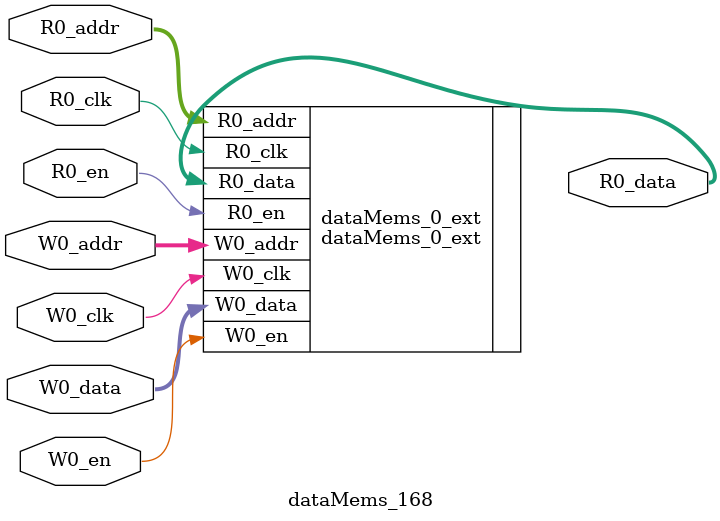
<source format=sv>
`ifndef RANDOMIZE
  `ifdef RANDOMIZE_REG_INIT
    `define RANDOMIZE
  `endif // RANDOMIZE_REG_INIT
`endif // not def RANDOMIZE
`ifndef RANDOMIZE
  `ifdef RANDOMIZE_MEM_INIT
    `define RANDOMIZE
  `endif // RANDOMIZE_MEM_INIT
`endif // not def RANDOMIZE

`ifndef RANDOM
  `define RANDOM $random
`endif // not def RANDOM

// Users can define 'PRINTF_COND' to add an extra gate to prints.
`ifndef PRINTF_COND_
  `ifdef PRINTF_COND
    `define PRINTF_COND_ (`PRINTF_COND)
  `else  // PRINTF_COND
    `define PRINTF_COND_ 1
  `endif // PRINTF_COND
`endif // not def PRINTF_COND_

// Users can define 'ASSERT_VERBOSE_COND' to add an extra gate to assert error printing.
`ifndef ASSERT_VERBOSE_COND_
  `ifdef ASSERT_VERBOSE_COND
    `define ASSERT_VERBOSE_COND_ (`ASSERT_VERBOSE_COND)
  `else  // ASSERT_VERBOSE_COND
    `define ASSERT_VERBOSE_COND_ 1
  `endif // ASSERT_VERBOSE_COND
`endif // not def ASSERT_VERBOSE_COND_

// Users can define 'STOP_COND' to add an extra gate to stop conditions.
`ifndef STOP_COND_
  `ifdef STOP_COND
    `define STOP_COND_ (`STOP_COND)
  `else  // STOP_COND
    `define STOP_COND_ 1
  `endif // STOP_COND
`endif // not def STOP_COND_

// Users can define INIT_RANDOM as general code that gets injected into the
// initializer block for modules with registers.
`ifndef INIT_RANDOM
  `define INIT_RANDOM
`endif // not def INIT_RANDOM

// If using random initialization, you can also define RANDOMIZE_DELAY to
// customize the delay used, otherwise 0.002 is used.
`ifndef RANDOMIZE_DELAY
  `define RANDOMIZE_DELAY 0.002
`endif // not def RANDOMIZE_DELAY

// Define INIT_RANDOM_PROLOG_ for use in our modules below.
`ifndef INIT_RANDOM_PROLOG_
  `ifdef RANDOMIZE
    `ifdef VERILATOR
      `define INIT_RANDOM_PROLOG_ `INIT_RANDOM
    `else  // VERILATOR
      `define INIT_RANDOM_PROLOG_ `INIT_RANDOM #`RANDOMIZE_DELAY begin end
    `endif // VERILATOR
  `else  // RANDOMIZE
    `define INIT_RANDOM_PROLOG_
  `endif // RANDOMIZE
`endif // not def INIT_RANDOM_PROLOG_

// Include register initializers in init blocks unless synthesis is set
`ifndef SYNTHESIS
  `ifndef ENABLE_INITIAL_REG_
    `define ENABLE_INITIAL_REG_
  `endif // not def ENABLE_INITIAL_REG_
`endif // not def SYNTHESIS

// Include rmemory initializers in init blocks unless synthesis is set
`ifndef SYNTHESIS
  `ifndef ENABLE_INITIAL_MEM_
    `define ENABLE_INITIAL_MEM_
  `endif // not def ENABLE_INITIAL_MEM_
`endif // not def SYNTHESIS

module dataMems_168(	// @[generators/ara/src/main/scala/UnsafeAXI4ToTL.scala:365:62]
  input  [4:0]   R0_addr,
  input          R0_en,
  input          R0_clk,
  output [130:0] R0_data,
  input  [4:0]   W0_addr,
  input          W0_en,
  input          W0_clk,
  input  [130:0] W0_data
);

  dataMems_0_ext dataMems_0_ext (	// @[generators/ara/src/main/scala/UnsafeAXI4ToTL.scala:365:62]
    .R0_addr (R0_addr),
    .R0_en   (R0_en),
    .R0_clk  (R0_clk),
    .R0_data (R0_data),
    .W0_addr (W0_addr),
    .W0_en   (W0_en),
    .W0_clk  (W0_clk),
    .W0_data (W0_data)
  );
endmodule


</source>
